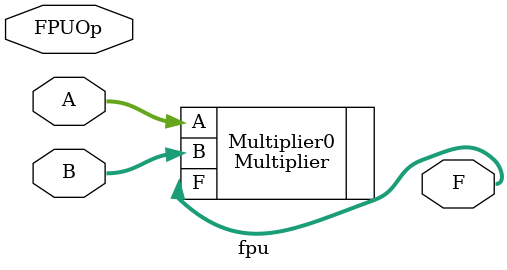
<source format=v>


module fpu (F, A, B, FPUOp);
  input [0 : 31] A, B;
  input [0:2] FPUOp;
  output [0 : 31] F;

  Multiplier Multiplier0(.F(F), .A(A), .B(B));


endmodule  



</source>
